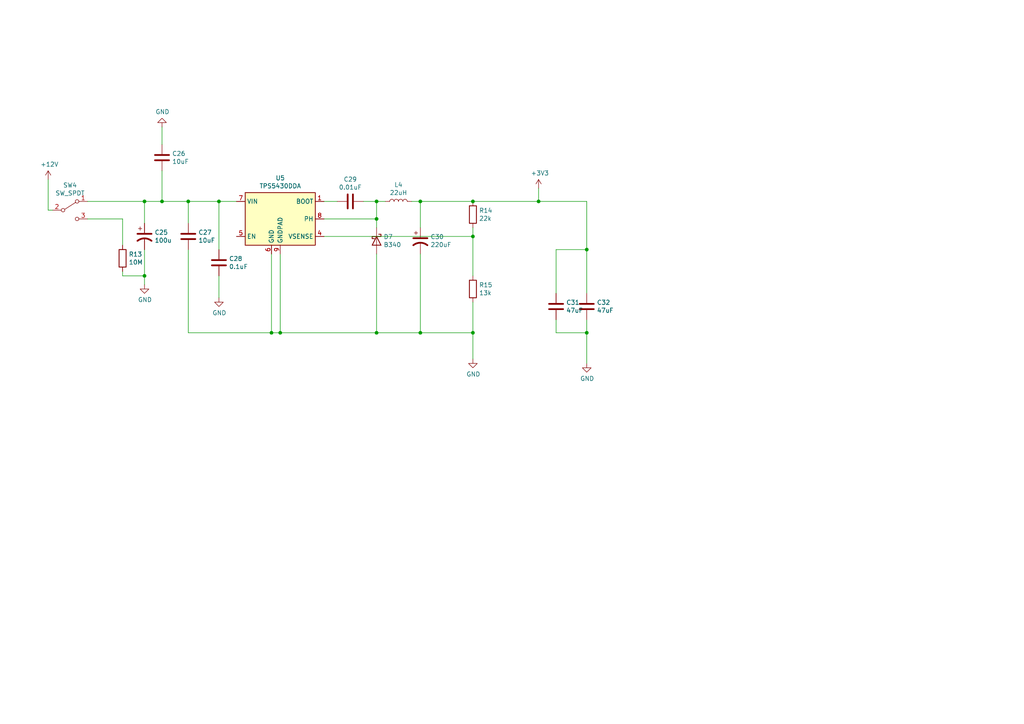
<source format=kicad_sch>
(kicad_sch (version 20230121) (generator eeschema)
  (paper "A4")
  (lib_symbols
    (symbol "Device:C" (pin_numbers hide) (pin_names (offset 0.254))
      (property "Reference" "C" (at 0.635 2.54 0))
      (property "Value" "C" (at 0.635 -2.54 0))
      (symbol "C_0_1"
        (polyline (pts (xy -2.032 -0.762) (xy 2.032 -0.762)) (stroke (width 0.508)))
        (polyline (pts (xy -2.032 0.762) (xy 2.032 0.762)) (stroke (width 0.508)))
      )
      (symbol "C_1_1"
        (pin passive line (at 0 3.81 270) (length 2.794) (name "~") (number "1"))
        (pin passive line (at 0 -3.81 90) (length 2.794) (name "~") (number "2"))
      )
    )
    (symbol "Device:L" (pin_numbers hide) (pin_names (offset 1.016) hide)
      (property "Reference" "L" (at -1.27 0 90))
      (property "Value" "L" (at 1.905 0 90))
      (symbol "L_0_1"
        (arc (start 0 -2.54) (mid 0.6323 -1.905) (end 0 -1.27))
        (arc (start 0 -1.27) (mid 0.6323 -0.635) (end 0 0))
        (arc (start 0 0) (mid 0.6323 0.635) (end 0 1.27))
        (arc (start 0 1.27) (mid 0.6323 1.905) (end 0 2.54))
      )
      (symbol "L_1_1"
        (pin passive line (at 0 3.81 270) (length 1.27) (name "1") (number "1"))
        (pin passive line (at 0 -3.81 90) (length 1.27) (name "2") (number "2"))
      )
    )
    (symbol "Device:R" (pin_numbers hide) (pin_names (offset 0))
      (property "Reference" "R" (at 2.032 0 90))
      (property "Value" "R" (at 0 0 90))
      (symbol "R_0_1"
        (rectangle (start -1.016 -2.54) (end 1.016 2.54) (stroke (width 0.254)))
      )
      (symbol "R_1_1"
        (pin passive line (at 0 3.81 270) (length 1.27) (name "~") (number "1"))
        (pin passive line (at 0 -3.81 90) (length 1.27) (name "~") (number "2"))
      )
    )
    (symbol "Diode:B340" (pin_numbers hide) (pin_names (offset 1.016) hide)
      (property "Reference" "D" (at 0 2.54 0))
      (property "Value" "B340" (at 0 -2.54 0))
      (symbol "B340_0_1"
        (polyline (pts (xy 1.27 0) (xy -1.27 0)))
        (polyline (pts (xy 1.27 1.27) (xy 1.27 -1.27) (xy -1.27 0) (xy 1.27 1.27)) (stroke (width 0.254)))
        (polyline (pts (xy -1.905 0.635) (xy -1.905 1.27) (xy -1.27 1.27) (xy -1.27 -1.27) (xy -0.635 -1.27) (xy -0.635 -0.635)) (stroke (width 0.254)))
      )
      (symbol "B340_1_1"
        (pin passive line (at -3.81 0 0) (length 2.54) (name "K") (number "1"))
        (pin passive line (at 3.81 0 180) (length 2.54) (name "A") (number "2"))
      )
    )
    (symbol "Regulator_Switching:TPS5430DDA"
      (property "Reference" "U" (at -10.16 8.89 0))
      (property "Value" "TPS5430DDA" (at -1.27 8.89 0))
      (symbol "TPS5430DDA_0_1"
        (rectangle (start -10.16 7.62) (end 10.16 -7.62) (stroke (width 0.254)) (fill (type background)))
      )
      (symbol "TPS5430DDA_1_1"
        (pin input line (at 12.7 5.08 180) (length 2.54) (name "BOOT") (number "1"))
        (pin no_connect line (at -10.16 2.54 0) (length 2.54) hide (name "NC") (number "2"))
        (pin no_connect line (at -10.16 -2.54 0) (length 2.54) hide (name "NC") (number "3"))
        (pin input line (at 12.7 -5.08 180) (length 2.54) (name "VSENSE") (number "4"))
        (pin input line (at -12.7 -5.08 0) (length 2.54) (name "EN") (number "5"))
        (pin power_in line (at -2.54 -10.16 90) (length 2.54) (name "GND") (number "6"))
        (pin power_in line (at -12.7 5.08 0) (length 2.54) (name "VIN") (number "7"))
        (pin output line (at 12.7 0 180) (length 2.54) (name "PH") (number "8"))
        (pin power_in line (at 0 -10.16 90) (length 2.54) (name "GNDPAD") (number "9"))
      )
    )
    (symbol "Switch:SW_SPDT" (pin_names (offset 0) hide)
      (property "Reference" "SW" (at 0 4.318 0))
      (property "Value" "SW_SPDT" (at 0 -5.08 0))
      (symbol "SW_SPDT_0_0"
        (circle (center -2.032 0) (radius 0.508))
        (circle (center 2.032 -2.54) (radius 0.508))
      )
      (symbol "SW_SPDT_0_1"
        (polyline (pts (xy -1.524 0.254) (xy 1.651 2.286)))
        (circle (center 2.032 2.54) (radius 0.508))
      )
      (symbol "SW_SPDT_1_1"
        (pin passive line (at 5.08 2.54 180) (length 2.54) (name "A") (number "1"))
        (pin passive line (at -5.08 0 0) (length 2.54) (name "B") (number "2"))
        (pin passive line (at 5.08 -2.54 180) (length 2.54) (name "C") (number "3"))
      )
    )
    (symbol "power:+12V" (power) (pin_names (offset 0))
      (property "Value" "+12V" (at 0 3.556 0))
      (symbol "+12V_0_1"
        (polyline (pts (xy -0.762 1.27) (xy 0 2.54)))
        (polyline (pts (xy 0 0) (xy 0 2.54)))
        (polyline (pts (xy 0 2.54) (xy 0.762 1.27)))
      )
      (symbol "+12V_1_1"
        (pin power_in line (at 0 0 90) (length 0) hide (name "+12V") (number "1"))
      )
    )
    (symbol "power:GND" (power) (pin_names (offset 0))
      (property "Value" "GND" (at 0 -3.81 0))
      (symbol "GND_0_1"
        (polyline (pts (xy 0 0) (xy 0 -1.27) (xy 1.27 -1.27) (xy 0 -2.54) (xy -1.27 -1.27) (xy 0 -1.27)))
      )
      (symbol "GND_1_1"
        (pin power_in line (at 0 0 270) (length 0) hide (name "GND") (number "1"))
      )
    )
    (symbol "tps61088-rescue:+3.3V-power" (power) (pin_names (offset 0))
      (property "Value" "+3.3V-power" (at 0 3.556 0))
      (symbol "+3.3V-power_0_1"
        (polyline (pts (xy -0.762 1.27) (xy 0 2.54)))
        (polyline (pts (xy 0 0) (xy 0 2.54)))
        (polyline (pts (xy 0 2.54) (xy 0.762 1.27)))
      )
      (symbol "+3.3V-power_1_1"
        (pin power_in line (at 0 0 90) (length 0) hide (name "+3V3") (number "1"))
      )
    )
    (symbol "tps61088-rescue:CP1-Device" (pin_numbers hide) (pin_names (offset 0.254) hide)
      (property "Reference" "C" (at 0.635 2.54 0))
      (property "Value" "CP1-Device" (at 0.635 -2.54 0))
      (symbol "CP1-Device_0_1"
        (polyline (pts (xy -2.032 0.762) (xy 2.032 0.762)) (stroke (width 0.508)))
        (polyline (pts (xy -1.778 2.286) (xy -0.762 2.286)))
        (polyline (pts (xy -1.27 1.778) (xy -1.27 2.794)))
        (arc (start 2.032 -1.27) (mid 0 -0.5572) (end -2.032 -1.27) (stroke (width 0.508)))
      )
      (symbol "CP1-Device_1_1"
        (pin passive line (at 0 3.81 270) (length 2.794) (name "~") (number "1"))
        (pin passive line (at 0 -3.81 90) (length 3.302) (name "~") (number "2"))
      )
    )
  )
  (junction (at 41.91 58.42))
  (junction (at 63.5 58.42))
  (junction (at 78.74 96.52))
  (junction (at 137.16 58.42))
  (junction (at 109.22 96.52))
  (junction (at 170.18 72.39))
  (junction (at 41.91 80.01))
  (junction (at 109.22 58.42))
  (junction (at 121.92 96.52))
  (junction (at 170.18 96.52))
  (junction (at 156.21 58.42))
  (junction (at 137.16 68.58))
  (junction (at 46.99 58.42))
  (junction (at 109.22 63.5))
  (junction (at 54.61 58.42))
  (junction (at 137.16 96.52))
  (junction (at 121.92 58.42))
  (junction (at 81.28 96.52))
  (wire (pts (xy 41.91 58.42) (xy 46.99 58.42)))
  (wire (pts (xy 81.28 73.66) (xy 81.28 96.52)))
  (wire (pts (xy 137.16 66.04) (xy 137.16 68.58)))
  (wire (pts (xy 25.4 58.42) (xy 41.91 58.42)))
  (wire (pts (xy 161.29 85.09) (xy 161.29 72.39)))
  (wire (pts (xy 35.56 63.5) (xy 25.4 63.5)))
  (wire (pts (xy 137.16 104.14) (xy 137.16 96.52)))
  (wire (pts (xy 46.99 49.53) (xy 46.99 58.42)))
  (wire (pts (xy 41.91 80.01) (xy 41.91 82.55)))
  (wire (pts (xy 13.97 60.96) (xy 15.24 60.96)))
  (wire (pts (xy 35.56 78.74) (xy 35.56 80.01)))
  (wire (pts (xy 81.28 96.52) (xy 109.22 96.52)))
  (wire (pts (xy 46.99 58.42) (xy 54.61 58.42)))
  (wire (pts (xy 121.92 73.66) (xy 121.92 96.52)))
  (wire (pts (xy 41.91 58.42) (xy 41.91 64.77)))
  (wire (pts (xy 63.5 58.42) (xy 63.5 72.39)))
  (wire (pts (xy 137.16 68.58) (xy 137.16 80.01)))
  (wire (pts (xy 109.22 63.5) (xy 109.22 58.42)))
  (wire (pts (xy 109.22 96.52) (xy 121.92 96.52)))
  (wire (pts (xy 161.29 72.39) (xy 170.18 72.39)))
  (wire (pts (xy 170.18 85.09) (xy 170.18 72.39)))
  (wire (pts (xy 35.56 80.01) (xy 41.91 80.01)))
  (wire (pts (xy 121.92 58.42) (xy 119.38 58.42)))
  (wire (pts (xy 170.18 58.42) (xy 156.21 58.42)))
  (wire (pts (xy 13.97 52.07) (xy 13.97 60.96)))
  (wire (pts (xy 78.74 73.66) (xy 78.74 96.52)))
  (wire (pts (xy 93.98 68.58) (xy 137.16 68.58)))
  (wire (pts (xy 121.92 66.04) (xy 121.92 58.42)))
  (wire (pts (xy 63.5 58.42) (xy 68.58 58.42)))
  (wire (pts (xy 93.98 63.5) (xy 109.22 63.5)))
  (wire (pts (xy 109.22 73.66) (xy 109.22 96.52)))
  (wire (pts (xy 137.16 96.52) (xy 121.92 96.52)))
  (wire (pts (xy 156.21 54.61) (xy 156.21 58.42)))
  (wire (pts (xy 35.56 63.5) (xy 35.56 71.12)))
  (wire (pts (xy 54.61 96.52) (xy 78.74 96.52)))
  (wire (pts (xy 54.61 58.42) (xy 54.61 64.77)))
  (wire (pts (xy 41.91 72.39) (xy 41.91 80.01)))
  (wire (pts (xy 161.29 92.71) (xy 161.29 96.52)))
  (wire (pts (xy 54.61 58.42) (xy 63.5 58.42)))
  (wire (pts (xy 97.79 58.42) (xy 93.98 58.42)))
  (wire (pts (xy 109.22 66.04) (xy 109.22 63.5)))
  (wire (pts (xy 54.61 72.39) (xy 54.61 96.52)))
  (wire (pts (xy 156.21 58.42) (xy 137.16 58.42)))
  (wire (pts (xy 170.18 72.39) (xy 170.18 58.42)))
  (wire (pts (xy 170.18 96.52) (xy 170.18 105.41)))
  (wire (pts (xy 109.22 58.42) (xy 111.76 58.42)))
  (wire (pts (xy 161.29 96.52) (xy 170.18 96.52)))
  (wire (pts (xy 46.99 36.83) (xy 46.99 41.91)))
  (wire (pts (xy 63.5 86.36) (xy 63.5 80.01)))
  (wire (pts (xy 170.18 92.71) (xy 170.18 96.52)))
  (wire (pts (xy 105.41 58.42) (xy 109.22 58.42)))
  (wire (pts (xy 137.16 87.63) (xy 137.16 96.52)))
  (wire (pts (xy 137.16 58.42) (xy 121.92 58.42)))
  (wire (pts (xy 78.74 96.52) (xy 81.28 96.52)))
  (symbol (lib_id "Regulator_Switching:TPS5430DDA") (at 81.28 63.5 0) (unit 1)
    (property "Reference" "U5" (at 81.28 51.6382 0))
    (property "Value" "TPS5430DDA" (at 81.28 53.9496 0))
    (property "Footprint" "Package_SO:TI_SO-PowerPAD-8_ThermalVias" (effects hide))
    (property "Datasheet" "http://www.ti.com/lit/ds/symlink/tps5430.pdf" (effects hide))
  )
  (symbol (lib_id "Diode:B340") (at 109.22 69.85 270) (unit 1)
    (property "Reference" "D7" (at 111.252 68.6816 90) (effects (justify left)))
    (property "Value" "B340" (at 111.252 70.993 90) (effects (justify left)))
    (property "Footprint" "Diode_SMD:D_SMA" (effects hide))
    (property "Datasheet" "http://www.jameco.com/Jameco/Products/ProdDS/1538777.pdf" (effects hide))
  )
  (symbol (lib_id "Device:R") (at 137.16 62.23 0) (unit 1)
    (property "Reference" "R14" (at 138.938 61.0616 0) (effects (justify left)))
    (property "Value" "22k" (at 138.938 63.373 0) (effects (justify left)))
    (property "Footprint" "Resistor_SMD:R_0402_1005Metric" (effects hide))
  )
  (symbol (lib_id "Device:C") (at 63.5 76.2 0) (unit 1)
    (property "Reference" "C28" (at 66.421 75.0316 0) (effects (justify left)))
    (property "Value" "0.1uF" (at 66.421 77.343 0) (effects (justify left)))
    (property "Footprint" "Capacitor_SMD:C_0402_1005Metric" (effects hide))
  )
  (symbol (lib_id "Device:C") (at 46.99 45.72 0) (unit 1)
    (property "Reference" "C26" (at 49.911 44.5516 0) (effects (justify left)))
    (property "Value" "10uF" (at 49.911 46.863 0) (effects (justify left)))
    (property "Footprint" "Capacitor_SMD:C_0603_1608Metric" (effects hide))
  )
  (symbol (lib_id "power:GND") (at 41.91 82.55 0) (unit 1)
    (property "Reference" "#PWR023" (effects hide))
    (property "Value" "GND" (at 42.037 86.9442 0))
  )
  (symbol (lib_id "power:GND") (at 46.99 36.83 0) (mirror x) (unit 1)
    (property "Reference" "#PWR024" (effects hide))
    (property "Value" "GND" (at 47.117 32.4358 0))
  )
  (symbol (lib_id "power:GND") (at 63.5 86.36 0) (unit 1)
    (property "Reference" "#PWR025" (effects hide))
    (property "Value" "GND" (at 63.627 90.7542 0))
  )
  (symbol (lib_id "power:GND") (at 137.16 104.14 0) (unit 1)
    (property "Reference" "#PWR026" (effects hide))
    (property "Value" "GND" (at 137.287 108.5342 0))
  )
  (symbol (lib_id "tps61088-rescue:CP1-Device") (at 121.92 69.85 0) (unit 1)
    (property "Reference" "C30" (at 124.841 68.6816 0) (effects (justify left)))
    (property "Value" "220uF" (at 124.841 70.993 0) (effects (justify left)))
    (property "Footprint" "Capacitor_THT:CP_Radial_D6.3mm_P2.50mm" (effects hide))
  )
  (symbol (lib_id "Device:C") (at 54.61 68.58 0) (unit 1)
    (property "Reference" "C27" (at 57.531 67.4116 0) (effects (justify left)))
    (property "Value" "10uF" (at 57.531 69.723 0) (effects (justify left)))
    (property "Footprint" "Capacitor_SMD:C_0603_1608Metric" (effects hide))
  )
  (symbol (lib_id "Device:C") (at 161.29 88.9 0) (unit 1)
    (property "Reference" "C31" (at 164.211 87.7316 0) (effects (justify left)))
    (property "Value" "47uF" (at 164.211 90.043 0) (effects (justify left)))
    (property "Footprint" "Capacitor_SMD:C_1206_3216Metric" (effects hide))
  )
  (symbol (lib_id "Device:C") (at 170.18 88.9 0) (unit 1)
    (property "Reference" "C32" (at 173.101 87.7316 0) (effects (justify left)))
    (property "Value" "47uF" (at 173.101 90.043 0) (effects (justify left)))
    (property "Footprint" "Capacitor_SMD:C_1206_3216Metric" (effects hide))
  )
  (symbol (lib_id "Device:L") (at 115.57 58.42 90) (unit 1)
    (property "Reference" "L4" (at 115.57 53.594 90))
    (property "Value" "22uH" (at 115.57 55.9054 90))
    (property "Footprint" "Inductor_SMD:L_7.3x7.3_H3.5" (effects hide))
  )
  (symbol (lib_id "tps61088-rescue:CP1-Device") (at 41.91 68.58 0) (unit 1)
    (property "Reference" "C25" (at 44.831 67.4116 0) (effects (justify left)))
    (property "Value" "100u" (at 44.831 69.723 0) (effects (justify left)))
    (property "Footprint" "Capacitor_THT:CP_Radial_D5.0mm_P2.00mm" (effects hide))
  )
  (symbol (lib_id "Device:C") (at 101.6 58.42 90) (unit 1)
    (property "Reference" "C29" (at 101.6 52.0192 90))
    (property "Value" "0.01uF" (at 101.6 54.3306 90))
    (property "Footprint" "Capacitor_SMD:C_0402_1005Metric" (effects hide))
  )
  (symbol (lib_id "Device:R") (at 137.16 83.82 0) (unit 1)
    (property "Reference" "R15" (at 138.938 82.6516 0) (effects (justify left)))
    (property "Value" "13k" (at 138.938 84.963 0) (effects (justify left)))
    (property "Footprint" "Resistor_SMD:R_0603_1608Metric" (effects hide))
  )
  (symbol (lib_id "power:GND") (at 170.18 105.41 0) (unit 1)
    (property "Reference" "#PWR028" (effects hide))
    (property "Value" "GND" (at 170.307 109.8042 0))
  )
  (symbol (lib_id "Device:R") (at 35.56 74.93 0) (unit 1)
    (property "Reference" "R13" (at 37.338 73.7616 0) (effects (justify left)))
    (property "Value" "10M" (at 37.338 76.073 0) (effects (justify left)))
    (property "Footprint" "Resistor_SMD:R_0402_1005Metric" (effects hide))
  )
  (symbol (lib_id "power:+12V") (at 13.97 52.07 0) (unit 1)
    (property "Reference" "#PWR022" (effects hide))
    (property "Value" "+12V" (at 14.351 47.6758 0))
  )
  (symbol (lib_id "Switch:SW_SPDT") (at 20.32 60.96 0) (unit 1)
    (property "Reference" "SW4" (at 20.32 53.721 0))
    (property "Value" "SW_SPDT" (at 20.32 56.0324 0))
    (property "Footprint" "Button_Switch_THT:SW_CuK_OS102011MA1QN1_SPDT_Angled" (effects hide))
  )
  (symbol (lib_id "tps61088-rescue:+3.3V-power") (at 156.21 54.61 0) (unit 1)
    (property "Reference" "#PWR0112" (effects hide))
    (property "Value" "+3.3V" (at 156.591 50.2158 0))
  )
)
</source>
